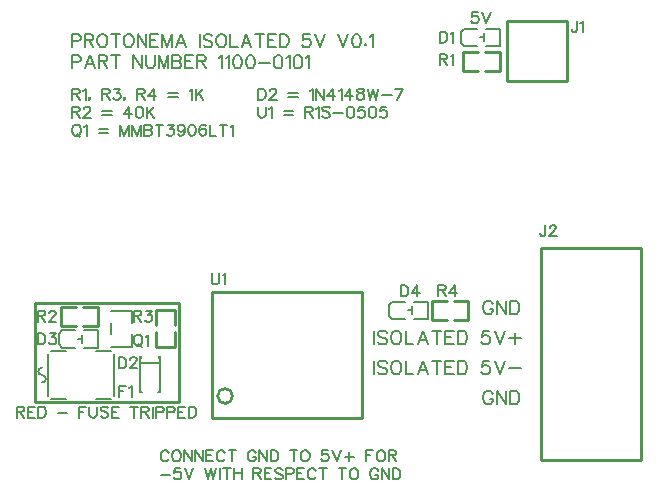
<source format=gto>
G04 Layer: TopSilkscreenLayer*
G04 Panelize: , Column: 2, Row: 2, Board Size: 58.42mm x 58.42mm, Panelized Board Size: 118.84mm x 118.84mm*
G04 EasyEDA v6.5.34, 2023-08-21 18:11:39*
G04 6b8a08da89de4659a48f0417751e7769,5a6b42c53f6a479593ecc07194224c93,10*
G04 Gerber Generator version 0.2*
G04 Scale: 100 percent, Rotated: No, Reflected: No *
G04 Dimensions in millimeters *
G04 leading zeros omitted , absolute positions ,4 integer and 5 decimal *
%FSLAX45Y45*%
%MOMM*%

%ADD10C,0.1524*%
%ADD11C,0.2540*%
%ADD12C,0.1520*%
%ADD13C,0.1500*%

%LPD*%
D10*
X2336800Y4990337D02*
G01*
X2336800Y4922265D01*
X2341372Y4908550D01*
X2350515Y4899405D01*
X2363977Y4894834D01*
X2373122Y4894834D01*
X2386838Y4899405D01*
X2395981Y4908550D01*
X2400554Y4922265D01*
X2400554Y4990337D01*
X2430525Y4972304D02*
G01*
X2439415Y4976876D01*
X2453131Y4990337D01*
X2453131Y4894834D01*
X2553208Y4949444D02*
G01*
X2634995Y4949444D01*
X2553208Y4922265D02*
G01*
X2634995Y4922265D01*
X2735072Y4990337D02*
G01*
X2735072Y4894834D01*
X2735072Y4990337D02*
G01*
X2775965Y4990337D01*
X2789427Y4985765D01*
X2794000Y4981194D01*
X2798572Y4972304D01*
X2798572Y4963160D01*
X2794000Y4954015D01*
X2789427Y4949444D01*
X2775965Y4944871D01*
X2735072Y4944871D01*
X2766822Y4944871D02*
G01*
X2798572Y4894834D01*
X2828543Y4972304D02*
G01*
X2837688Y4976876D01*
X2851404Y4990337D01*
X2851404Y4894834D01*
X2944875Y4976876D02*
G01*
X2935986Y4985765D01*
X2922270Y4990337D01*
X2903981Y4990337D01*
X2890520Y4985765D01*
X2881375Y4976876D01*
X2881375Y4967731D01*
X2885947Y4958587D01*
X2890520Y4954015D01*
X2899409Y4949444D01*
X2926841Y4940300D01*
X2935986Y4935981D01*
X2940558Y4931410D01*
X2944875Y4922265D01*
X2944875Y4908550D01*
X2935986Y4899405D01*
X2922270Y4894834D01*
X2903981Y4894834D01*
X2890520Y4899405D01*
X2881375Y4908550D01*
X2975102Y4935981D02*
G01*
X3056890Y4935981D01*
X3114040Y4990337D02*
G01*
X3100324Y4985765D01*
X3091434Y4972304D01*
X3086861Y4949444D01*
X3086861Y4935981D01*
X3091434Y4913121D01*
X3100324Y4899405D01*
X3114040Y4894834D01*
X3123184Y4894834D01*
X3136900Y4899405D01*
X3145790Y4913121D01*
X3150361Y4935981D01*
X3150361Y4949444D01*
X3145790Y4972304D01*
X3136900Y4985765D01*
X3123184Y4990337D01*
X3114040Y4990337D01*
X3234943Y4990337D02*
G01*
X3189477Y4990337D01*
X3184906Y4949444D01*
X3189477Y4954015D01*
X3203193Y4958587D01*
X3216909Y4958587D01*
X3230372Y4954015D01*
X3239515Y4944871D01*
X3244088Y4931410D01*
X3244088Y4922265D01*
X3239515Y4908550D01*
X3230372Y4899405D01*
X3216909Y4894834D01*
X3203193Y4894834D01*
X3189477Y4899405D01*
X3184906Y4903978D01*
X3180334Y4913121D01*
X3301238Y4990337D02*
G01*
X3287775Y4985765D01*
X3278631Y4972304D01*
X3274059Y4949444D01*
X3274059Y4935981D01*
X3278631Y4913121D01*
X3287775Y4899405D01*
X3301238Y4894834D01*
X3310381Y4894834D01*
X3324097Y4899405D01*
X3333241Y4913121D01*
X3337813Y4935981D01*
X3337813Y4949444D01*
X3333241Y4972304D01*
X3324097Y4985765D01*
X3310381Y4990337D01*
X3301238Y4990337D01*
X3422141Y4990337D02*
G01*
X3376675Y4990337D01*
X3372358Y4949444D01*
X3376675Y4954015D01*
X3390391Y4958587D01*
X3404108Y4958587D01*
X3417824Y4954015D01*
X3426713Y4944871D01*
X3431286Y4931410D01*
X3431286Y4922265D01*
X3426713Y4908550D01*
X3417824Y4899405D01*
X3404108Y4894834D01*
X3390391Y4894834D01*
X3376675Y4899405D01*
X3372358Y4903978D01*
X3367786Y4913121D01*
X2336800Y5142737D02*
G01*
X2336800Y5047234D01*
X2336800Y5142737D02*
G01*
X2368550Y5142737D01*
X2382265Y5138165D01*
X2391409Y5129276D01*
X2395981Y5120131D01*
X2400554Y5106415D01*
X2400554Y5083810D01*
X2395981Y5070094D01*
X2391409Y5060950D01*
X2382265Y5051805D01*
X2368550Y5047234D01*
X2336800Y5047234D01*
X2435097Y5120131D02*
G01*
X2435097Y5124704D01*
X2439415Y5133594D01*
X2443988Y5138165D01*
X2453131Y5142737D01*
X2471420Y5142737D01*
X2480309Y5138165D01*
X2484881Y5133594D01*
X2489454Y5124704D01*
X2489454Y5115560D01*
X2484881Y5106415D01*
X2475991Y5092700D01*
X2430525Y5047234D01*
X2494025Y5047234D01*
X2594102Y5101844D02*
G01*
X2675890Y5101844D01*
X2594102Y5074665D02*
G01*
X2675890Y5074665D01*
X2775965Y5124704D02*
G01*
X2784856Y5129276D01*
X2798572Y5142737D01*
X2798572Y5047234D01*
X2828543Y5142737D02*
G01*
X2828543Y5047234D01*
X2828543Y5142737D02*
G01*
X2892297Y5047234D01*
X2892297Y5142737D02*
G01*
X2892297Y5047234D01*
X2967736Y5142737D02*
G01*
X2922270Y5079237D01*
X2990341Y5079237D01*
X2967736Y5142737D02*
G01*
X2967736Y5047234D01*
X3020313Y5124704D02*
G01*
X3029458Y5129276D01*
X3043174Y5142737D01*
X3043174Y5047234D01*
X3118611Y5142737D02*
G01*
X3073145Y5079237D01*
X3141218Y5079237D01*
X3118611Y5142737D02*
G01*
X3118611Y5047234D01*
X3194050Y5142737D02*
G01*
X3180334Y5138165D01*
X3176015Y5129276D01*
X3176015Y5120131D01*
X3180334Y5110987D01*
X3189477Y5106415D01*
X3207765Y5101844D01*
X3221227Y5097271D01*
X3230372Y5088381D01*
X3234943Y5079237D01*
X3234943Y5065521D01*
X3230372Y5056378D01*
X3225800Y5051805D01*
X3212338Y5047234D01*
X3194050Y5047234D01*
X3180334Y5051805D01*
X3176015Y5056378D01*
X3171443Y5065521D01*
X3171443Y5079237D01*
X3176015Y5088381D01*
X3184906Y5097271D01*
X3198622Y5101844D01*
X3216909Y5106415D01*
X3225800Y5110987D01*
X3230372Y5120131D01*
X3230372Y5129276D01*
X3225800Y5138165D01*
X3212338Y5142737D01*
X3194050Y5142737D01*
X3264915Y5142737D02*
G01*
X3287775Y5047234D01*
X3310381Y5142737D02*
G01*
X3287775Y5047234D01*
X3310381Y5142737D02*
G01*
X3333241Y5047234D01*
X3355847Y5142737D02*
G01*
X3333241Y5047234D01*
X3385820Y5088381D02*
G01*
X3467608Y5088381D01*
X3561334Y5142737D02*
G01*
X3515868Y5047234D01*
X3497579Y5142737D02*
G01*
X3561334Y5142737D01*
X789178Y4837937D02*
G01*
X780287Y4833365D01*
X771144Y4824476D01*
X766571Y4815331D01*
X762000Y4801615D01*
X762000Y4779010D01*
X766571Y4765294D01*
X771144Y4756150D01*
X780287Y4747005D01*
X789178Y4742434D01*
X807465Y4742434D01*
X816610Y4747005D01*
X825754Y4756150D01*
X830071Y4765294D01*
X834644Y4779010D01*
X834644Y4801615D01*
X830071Y4815331D01*
X825754Y4824476D01*
X816610Y4833365D01*
X807465Y4837937D01*
X789178Y4837937D01*
X802894Y4760721D02*
G01*
X830071Y4733544D01*
X864615Y4819904D02*
G01*
X873760Y4824476D01*
X887476Y4837937D01*
X887476Y4742434D01*
X987552Y4797044D02*
G01*
X1069339Y4797044D01*
X987552Y4769865D02*
G01*
X1069339Y4769865D01*
X1169162Y4837937D02*
G01*
X1169162Y4742434D01*
X1169162Y4837937D02*
G01*
X1205737Y4742434D01*
X1242060Y4837937D02*
G01*
X1205737Y4742434D01*
X1242060Y4837937D02*
G01*
X1242060Y4742434D01*
X1272031Y4837937D02*
G01*
X1272031Y4742434D01*
X1272031Y4837937D02*
G01*
X1308354Y4742434D01*
X1344676Y4837937D02*
G01*
X1308354Y4742434D01*
X1344676Y4837937D02*
G01*
X1344676Y4742434D01*
X1374647Y4837937D02*
G01*
X1374647Y4742434D01*
X1374647Y4837937D02*
G01*
X1415542Y4837937D01*
X1429257Y4833365D01*
X1433829Y4828794D01*
X1438402Y4819904D01*
X1438402Y4810760D01*
X1433829Y4801615D01*
X1429257Y4797044D01*
X1415542Y4792471D01*
X1374647Y4792471D02*
G01*
X1415542Y4792471D01*
X1429257Y4787900D01*
X1433829Y4783581D01*
X1438402Y4774437D01*
X1438402Y4760721D01*
X1433829Y4751578D01*
X1429257Y4747005D01*
X1415542Y4742434D01*
X1374647Y4742434D01*
X1500123Y4837937D02*
G01*
X1500123Y4742434D01*
X1468373Y4837937D02*
G01*
X1531873Y4837937D01*
X1570989Y4837937D02*
G01*
X1621028Y4837937D01*
X1593850Y4801615D01*
X1607565Y4801615D01*
X1616455Y4797044D01*
X1621028Y4792471D01*
X1625600Y4779010D01*
X1625600Y4769865D01*
X1621028Y4756150D01*
X1611884Y4747005D01*
X1598421Y4742434D01*
X1584705Y4742434D01*
X1570989Y4747005D01*
X1566418Y4751578D01*
X1562100Y4760721D01*
X1714754Y4806187D02*
G01*
X1710181Y4792471D01*
X1701037Y4783581D01*
X1687576Y4779010D01*
X1683004Y4779010D01*
X1669287Y4783581D01*
X1660144Y4792471D01*
X1655571Y4806187D01*
X1655571Y4810760D01*
X1660144Y4824476D01*
X1669287Y4833365D01*
X1683004Y4837937D01*
X1687576Y4837937D01*
X1701037Y4833365D01*
X1710181Y4824476D01*
X1714754Y4806187D01*
X1714754Y4783581D01*
X1710181Y4760721D01*
X1701037Y4747005D01*
X1687576Y4742434D01*
X1678431Y4742434D01*
X1664715Y4747005D01*
X1660144Y4756150D01*
X1771904Y4837937D02*
G01*
X1758442Y4833365D01*
X1749297Y4819904D01*
X1744726Y4797044D01*
X1744726Y4783581D01*
X1749297Y4760721D01*
X1758442Y4747005D01*
X1771904Y4742434D01*
X1781047Y4742434D01*
X1794763Y4747005D01*
X1803907Y4760721D01*
X1808479Y4783581D01*
X1808479Y4797044D01*
X1803907Y4819904D01*
X1794763Y4833365D01*
X1781047Y4837937D01*
X1771904Y4837937D01*
X1892807Y4824476D02*
G01*
X1888236Y4833365D01*
X1874773Y4837937D01*
X1865629Y4837937D01*
X1851913Y4833365D01*
X1843023Y4819904D01*
X1838452Y4797044D01*
X1838452Y4774437D01*
X1843023Y4756150D01*
X1851913Y4747005D01*
X1865629Y4742434D01*
X1870202Y4742434D01*
X1883918Y4747005D01*
X1892807Y4756150D01*
X1897379Y4769865D01*
X1897379Y4774437D01*
X1892807Y4787900D01*
X1883918Y4797044D01*
X1870202Y4801615D01*
X1865629Y4801615D01*
X1851913Y4797044D01*
X1843023Y4787900D01*
X1838452Y4774437D01*
X1927352Y4837937D02*
G01*
X1927352Y4742434D01*
X1927352Y4742434D02*
G01*
X1981961Y4742434D01*
X2043938Y4837937D02*
G01*
X2043938Y4742434D01*
X2011934Y4837937D02*
G01*
X2075688Y4837937D01*
X2105659Y4819904D02*
G01*
X2114804Y4824476D01*
X2128265Y4837937D01*
X2128265Y4742434D01*
X762000Y4990337D02*
G01*
X762000Y4894834D01*
X762000Y4990337D02*
G01*
X802894Y4990337D01*
X816610Y4985765D01*
X821181Y4981194D01*
X825754Y4972304D01*
X825754Y4963160D01*
X821181Y4954015D01*
X816610Y4949444D01*
X802894Y4944871D01*
X762000Y4944871D01*
X793750Y4944871D02*
G01*
X825754Y4894834D01*
X860297Y4967731D02*
G01*
X860297Y4972304D01*
X864615Y4981194D01*
X869187Y4985765D01*
X878331Y4990337D01*
X896620Y4990337D01*
X905510Y4985765D01*
X910081Y4981194D01*
X914654Y4972304D01*
X914654Y4963160D01*
X910081Y4954015D01*
X901192Y4940300D01*
X855726Y4894834D01*
X919226Y4894834D01*
X1019302Y4949444D02*
G01*
X1101089Y4949444D01*
X1019302Y4922265D02*
G01*
X1101089Y4922265D01*
X1246631Y4990337D02*
G01*
X1201165Y4926837D01*
X1269237Y4926837D01*
X1246631Y4990337D02*
G01*
X1246631Y4894834D01*
X1326642Y4990337D02*
G01*
X1312926Y4985765D01*
X1303781Y4972304D01*
X1299210Y4949444D01*
X1299210Y4935981D01*
X1303781Y4913121D01*
X1312926Y4899405D01*
X1326642Y4894834D01*
X1335531Y4894834D01*
X1349247Y4899405D01*
X1358392Y4913121D01*
X1362963Y4935981D01*
X1362963Y4949444D01*
X1358392Y4972304D01*
X1349247Y4985765D01*
X1335531Y4990337D01*
X1326642Y4990337D01*
X1392936Y4990337D02*
G01*
X1392936Y4894834D01*
X1456436Y4990337D02*
G01*
X1392936Y4926837D01*
X1415542Y4949444D02*
G01*
X1456436Y4894834D01*
X762000Y5142737D02*
G01*
X762000Y5047234D01*
X762000Y5142737D02*
G01*
X802894Y5142737D01*
X816610Y5138165D01*
X821181Y5133594D01*
X825754Y5124704D01*
X825754Y5115560D01*
X821181Y5106415D01*
X816610Y5101844D01*
X802894Y5097271D01*
X762000Y5097271D01*
X793750Y5097271D02*
G01*
X825754Y5047234D01*
X855726Y5124704D02*
G01*
X864615Y5129276D01*
X878331Y5142737D01*
X878331Y5047234D01*
X917447Y5065521D02*
G01*
X912876Y5060950D01*
X908304Y5065521D01*
X912876Y5070094D01*
X917447Y5065521D01*
X917447Y5056378D01*
X908304Y5047234D01*
X1017523Y5142737D02*
G01*
X1017523Y5047234D01*
X1017523Y5142737D02*
G01*
X1058418Y5142737D01*
X1071879Y5138165D01*
X1076452Y5133594D01*
X1081023Y5124704D01*
X1081023Y5115560D01*
X1076452Y5106415D01*
X1071879Y5101844D01*
X1058418Y5097271D01*
X1017523Y5097271D01*
X1049273Y5097271D02*
G01*
X1081023Y5047234D01*
X1120139Y5142737D02*
G01*
X1170178Y5142737D01*
X1143000Y5106415D01*
X1156462Y5106415D01*
X1165605Y5101844D01*
X1170178Y5097271D01*
X1174750Y5083810D01*
X1174750Y5074665D01*
X1170178Y5060950D01*
X1161034Y5051805D01*
X1147571Y5047234D01*
X1133855Y5047234D01*
X1120139Y5051805D01*
X1115568Y5056378D01*
X1110995Y5065521D01*
X1213865Y5065521D02*
G01*
X1209294Y5060950D01*
X1204721Y5065521D01*
X1209294Y5070094D01*
X1213865Y5065521D01*
X1213865Y5056378D01*
X1204721Y5047234D01*
X1313942Y5142737D02*
G01*
X1313942Y5047234D01*
X1313942Y5142737D02*
G01*
X1354836Y5142737D01*
X1368297Y5138165D01*
X1372870Y5133594D01*
X1377442Y5124704D01*
X1377442Y5115560D01*
X1372870Y5106415D01*
X1368297Y5101844D01*
X1354836Y5097271D01*
X1313942Y5097271D01*
X1345692Y5097271D02*
G01*
X1377442Y5047234D01*
X1452879Y5142737D02*
G01*
X1407413Y5079237D01*
X1475739Y5079237D01*
X1452879Y5142737D02*
G01*
X1452879Y5047234D01*
X1575562Y5101844D02*
G01*
X1657350Y5101844D01*
X1575562Y5074665D02*
G01*
X1657350Y5074665D01*
X1757426Y5124704D02*
G01*
X1766570Y5129276D01*
X1780286Y5142737D01*
X1780286Y5047234D01*
X1810257Y5142737D02*
G01*
X1810257Y5047234D01*
X1873757Y5142737D02*
G01*
X1810257Y5079237D01*
X1832863Y5101844D02*
G01*
X1873757Y5047234D01*
X3314692Y2838952D02*
G01*
X3314692Y2724398D01*
X3426960Y2822442D02*
G01*
X3416038Y2833364D01*
X3399782Y2838952D01*
X3377938Y2838952D01*
X3361682Y2833364D01*
X3350760Y2822442D01*
X3350760Y2811520D01*
X3356094Y2800598D01*
X3361682Y2795264D01*
X3372604Y2789676D01*
X3405116Y2779008D01*
X3416038Y2773420D01*
X3421626Y2768086D01*
X3426960Y2757164D01*
X3426960Y2740654D01*
X3416038Y2729732D01*
X3399782Y2724398D01*
X3377938Y2724398D01*
X3361682Y2729732D01*
X3350760Y2740654D01*
X3495794Y2838952D02*
G01*
X3484872Y2833364D01*
X3473950Y2822442D01*
X3468616Y2811520D01*
X3463028Y2795264D01*
X3463028Y2768086D01*
X3468616Y2751576D01*
X3473950Y2740654D01*
X3484872Y2729732D01*
X3495794Y2724398D01*
X3517638Y2724398D01*
X3528560Y2729732D01*
X3539482Y2740654D01*
X3544816Y2751576D01*
X3550404Y2768086D01*
X3550404Y2795264D01*
X3544816Y2811520D01*
X3539482Y2822442D01*
X3528560Y2833364D01*
X3517638Y2838952D01*
X3495794Y2838952D01*
X3586218Y2838952D02*
G01*
X3586218Y2724398D01*
X3586218Y2724398D02*
G01*
X3651750Y2724398D01*
X3731506Y2838952D02*
G01*
X3687818Y2724398D01*
X3731506Y2838952D02*
G01*
X3774940Y2724398D01*
X3704074Y2762498D02*
G01*
X3758684Y2762498D01*
X3849362Y2838952D02*
G01*
X3849362Y2724398D01*
X3811008Y2838952D02*
G01*
X3887462Y2838952D01*
X3923530Y2838952D02*
G01*
X3923530Y2724398D01*
X3923530Y2838952D02*
G01*
X3994396Y2838952D01*
X3923530Y2784342D02*
G01*
X3966964Y2784342D01*
X3923530Y2724398D02*
G01*
X3994396Y2724398D01*
X4030210Y2838952D02*
G01*
X4030210Y2724398D01*
X4030210Y2838952D02*
G01*
X4068564Y2838952D01*
X4084820Y2833364D01*
X4095742Y2822442D01*
X4101330Y2811520D01*
X4106664Y2795264D01*
X4106664Y2768086D01*
X4101330Y2751576D01*
X4095742Y2740654D01*
X4084820Y2729732D01*
X4068564Y2724398D01*
X4030210Y2724398D01*
X4292084Y2838952D02*
G01*
X4237474Y2838952D01*
X4232140Y2789676D01*
X4237474Y2795264D01*
X4253984Y2800598D01*
X4270240Y2800598D01*
X4286750Y2795264D01*
X4297672Y2784342D01*
X4303006Y2768086D01*
X4303006Y2757164D01*
X4297672Y2740654D01*
X4286750Y2729732D01*
X4270240Y2724398D01*
X4253984Y2724398D01*
X4237474Y2729732D01*
X4232140Y2735320D01*
X4226806Y2746242D01*
X4339074Y2838952D02*
G01*
X4382762Y2724398D01*
X4426450Y2838952D02*
G01*
X4382762Y2724398D01*
X4462264Y2773420D02*
G01*
X4560562Y2773420D01*
X3314700Y3092957D02*
G01*
X3314700Y2978404D01*
X3426968Y3076447D02*
G01*
X3416045Y3087370D01*
X3399790Y3092957D01*
X3377945Y3092957D01*
X3361690Y3087370D01*
X3350768Y3076447D01*
X3350768Y3065526D01*
X3356102Y3054604D01*
X3361690Y3049270D01*
X3372611Y3043681D01*
X3405124Y3032760D01*
X3416045Y3027426D01*
X3421634Y3022092D01*
X3426968Y3011170D01*
X3426968Y2994660D01*
X3416045Y2983737D01*
X3399790Y2978404D01*
X3377945Y2978404D01*
X3361690Y2983737D01*
X3350768Y2994660D01*
X3495802Y3092957D02*
G01*
X3484879Y3087370D01*
X3473958Y3076447D01*
X3468624Y3065526D01*
X3463036Y3049270D01*
X3463036Y3022092D01*
X3468624Y3005581D01*
X3473958Y2994660D01*
X3484879Y2983737D01*
X3495802Y2978404D01*
X3517645Y2978404D01*
X3528568Y2983737D01*
X3539490Y2994660D01*
X3544824Y3005581D01*
X3550411Y3022092D01*
X3550411Y3049270D01*
X3544824Y3065526D01*
X3539490Y3076447D01*
X3528568Y3087370D01*
X3517645Y3092957D01*
X3495802Y3092957D01*
X3586225Y3092957D02*
G01*
X3586225Y2978404D01*
X3586225Y2978404D02*
G01*
X3651758Y2978404D01*
X3731513Y3092957D02*
G01*
X3687825Y2978404D01*
X3731513Y3092957D02*
G01*
X3774947Y2978404D01*
X3704081Y3016504D02*
G01*
X3758691Y3016504D01*
X3849115Y3092957D02*
G01*
X3849115Y2978404D01*
X3811015Y3092957D02*
G01*
X3887470Y3092957D01*
X3923538Y3092957D02*
G01*
X3923538Y2978404D01*
X3923538Y3092957D02*
G01*
X3994404Y3092957D01*
X3923538Y3038347D02*
G01*
X3966972Y3038347D01*
X3923538Y2978404D02*
G01*
X3994404Y2978404D01*
X4030218Y3092957D02*
G01*
X4030218Y2978404D01*
X4030218Y3092957D02*
G01*
X4068572Y3092957D01*
X4084827Y3087370D01*
X4095750Y3076447D01*
X4101338Y3065526D01*
X4106672Y3049270D01*
X4106672Y3022092D01*
X4101338Y3005581D01*
X4095750Y2994660D01*
X4084827Y2983737D01*
X4068572Y2978404D01*
X4030218Y2978404D01*
X4292091Y3092957D02*
G01*
X4237481Y3092957D01*
X4232147Y3043681D01*
X4237481Y3049270D01*
X4253991Y3054604D01*
X4270247Y3054604D01*
X4286758Y3049270D01*
X4297679Y3038347D01*
X4303013Y3022092D01*
X4303013Y3011170D01*
X4297679Y2994660D01*
X4286758Y2983737D01*
X4270247Y2978404D01*
X4253991Y2978404D01*
X4237481Y2983737D01*
X4232147Y2989326D01*
X4226813Y3000247D01*
X4339081Y3092957D02*
G01*
X4382770Y2978404D01*
X4426204Y3092957D02*
G01*
X4382770Y2978404D01*
X4511293Y3076447D02*
G01*
X4511293Y2978404D01*
X4462272Y3027426D02*
G01*
X4560570Y3027426D01*
X4323580Y2557520D02*
G01*
X4318246Y2568442D01*
X4307324Y2579364D01*
X4296402Y2584952D01*
X4274558Y2584952D01*
X4263636Y2579364D01*
X4252714Y2568442D01*
X4247126Y2557520D01*
X4241792Y2541264D01*
X4241792Y2514086D01*
X4247126Y2497576D01*
X4252714Y2486654D01*
X4263636Y2475732D01*
X4274558Y2470398D01*
X4296402Y2470398D01*
X4307324Y2475732D01*
X4318246Y2486654D01*
X4323580Y2497576D01*
X4323580Y2514086D01*
X4296402Y2514086D02*
G01*
X4323580Y2514086D01*
X4359648Y2584952D02*
G01*
X4359648Y2470398D01*
X4359648Y2584952D02*
G01*
X4435848Y2470398D01*
X4435848Y2584952D02*
G01*
X4435848Y2470398D01*
X4471916Y2584952D02*
G01*
X4471916Y2470398D01*
X4471916Y2584952D02*
G01*
X4510270Y2584952D01*
X4526526Y2579364D01*
X4537448Y2568442D01*
X4542782Y2557520D01*
X4548370Y2541264D01*
X4548370Y2514086D01*
X4542782Y2497576D01*
X4537448Y2486654D01*
X4526526Y2475732D01*
X4510270Y2470398D01*
X4471916Y2470398D01*
X4323580Y3319518D02*
G01*
X4318246Y3330440D01*
X4307324Y3341362D01*
X4296402Y3346950D01*
X4274558Y3346950D01*
X4263636Y3341362D01*
X4252714Y3330440D01*
X4247126Y3319518D01*
X4241792Y3303262D01*
X4241792Y3276084D01*
X4247126Y3259574D01*
X4252714Y3248652D01*
X4263636Y3237730D01*
X4274558Y3232396D01*
X4296402Y3232396D01*
X4307324Y3237730D01*
X4318246Y3248652D01*
X4323580Y3259574D01*
X4323580Y3276084D01*
X4296402Y3276084D02*
G01*
X4323580Y3276084D01*
X4359648Y3346950D02*
G01*
X4359648Y3232396D01*
X4359648Y3346950D02*
G01*
X4435848Y3232396D01*
X4435848Y3346950D02*
G01*
X4435848Y3232396D01*
X4471916Y3346950D02*
G01*
X4471916Y3232396D01*
X4471916Y3346950D02*
G01*
X4510270Y3346950D01*
X4526526Y3341362D01*
X4537448Y3330440D01*
X4542782Y3319518D01*
X4548370Y3303262D01*
X4548370Y3276084D01*
X4542782Y3259574D01*
X4537448Y3248652D01*
X4526526Y3237730D01*
X4510270Y3232396D01*
X4471916Y3232396D01*
X4769865Y3987037D02*
G01*
X4769865Y3914394D01*
X4765293Y3900678D01*
X4760722Y3896105D01*
X4751577Y3891534D01*
X4742688Y3891534D01*
X4733543Y3896105D01*
X4728972Y3900678D01*
X4724400Y3914394D01*
X4724400Y3923537D01*
X4804409Y3964431D02*
G01*
X4804409Y3969004D01*
X4808981Y3977894D01*
X4813554Y3982465D01*
X4822697Y3987037D01*
X4840731Y3987037D01*
X4849875Y3982465D01*
X4854447Y3977894D01*
X4859020Y3969004D01*
X4859020Y3959860D01*
X4854447Y3950715D01*
X4845304Y3937000D01*
X4799838Y3891534D01*
X4863591Y3891534D01*
X4194797Y5790427D02*
G01*
X4149331Y5790427D01*
X4144759Y5749533D01*
X4149331Y5754105D01*
X4162793Y5758677D01*
X4176509Y5758677D01*
X4190225Y5754105D01*
X4199369Y5744961D01*
X4203941Y5731499D01*
X4203941Y5722355D01*
X4199369Y5708639D01*
X4190225Y5699495D01*
X4176509Y5694923D01*
X4162793Y5694923D01*
X4149331Y5699495D01*
X4144759Y5704067D01*
X4140187Y5713211D01*
X4233913Y5790427D02*
G01*
X4270235Y5694923D01*
X4306557Y5790427D02*
G01*
X4270235Y5694923D01*
X5036565Y5714237D02*
G01*
X5036565Y5641594D01*
X5031993Y5627878D01*
X5027422Y5623305D01*
X5018277Y5618734D01*
X5009388Y5618734D01*
X5000243Y5623305D01*
X4995672Y5627878D01*
X4991100Y5641594D01*
X4991100Y5650737D01*
X5066538Y5696204D02*
G01*
X5075681Y5700776D01*
X5089397Y5714237D01*
X5089397Y5618734D01*
X762000Y5601715D02*
G01*
X762000Y5492750D01*
X762000Y5601715D02*
G01*
X808736Y5601715D01*
X824229Y5596636D01*
X829563Y5591302D01*
X834644Y5580887D01*
X834644Y5565394D01*
X829563Y5554979D01*
X824229Y5549900D01*
X808736Y5544565D01*
X762000Y5544565D01*
X868934Y5601715D02*
G01*
X868934Y5492750D01*
X868934Y5601715D02*
G01*
X915670Y5601715D01*
X931418Y5596636D01*
X936497Y5591302D01*
X941831Y5580887D01*
X941831Y5570473D01*
X936497Y5560060D01*
X931418Y5554979D01*
X915670Y5549900D01*
X868934Y5549900D01*
X905510Y5549900D02*
G01*
X941831Y5492750D01*
X1007110Y5601715D02*
G01*
X996950Y5596636D01*
X986536Y5586221D01*
X981202Y5575807D01*
X976121Y5560060D01*
X976121Y5534152D01*
X981202Y5518657D01*
X986536Y5508244D01*
X996950Y5497829D01*
X1007110Y5492750D01*
X1027937Y5492750D01*
X1038352Y5497829D01*
X1048765Y5508244D01*
X1054100Y5518657D01*
X1059179Y5534152D01*
X1059179Y5560060D01*
X1054100Y5575807D01*
X1048765Y5586221D01*
X1038352Y5596636D01*
X1027937Y5601715D01*
X1007110Y5601715D01*
X1129792Y5601715D02*
G01*
X1129792Y5492750D01*
X1093470Y5601715D02*
G01*
X1166113Y5601715D01*
X1231645Y5601715D02*
G01*
X1221231Y5596636D01*
X1210818Y5586221D01*
X1205737Y5575807D01*
X1200404Y5560060D01*
X1200404Y5534152D01*
X1205737Y5518657D01*
X1210818Y5508244D01*
X1221231Y5497829D01*
X1231645Y5492750D01*
X1252473Y5492750D01*
X1262887Y5497829D01*
X1273302Y5508244D01*
X1278381Y5518657D01*
X1283715Y5534152D01*
X1283715Y5560060D01*
X1278381Y5575807D01*
X1273302Y5586221D01*
X1262887Y5596636D01*
X1252473Y5601715D01*
X1231645Y5601715D01*
X1318005Y5601715D02*
G01*
X1318005Y5492750D01*
X1318005Y5601715D02*
G01*
X1390650Y5492750D01*
X1390650Y5601715D02*
G01*
X1390650Y5492750D01*
X1424939Y5601715D02*
G01*
X1424939Y5492750D01*
X1424939Y5601715D02*
G01*
X1492504Y5601715D01*
X1424939Y5549900D02*
G01*
X1466595Y5549900D01*
X1424939Y5492750D02*
G01*
X1492504Y5492750D01*
X1526794Y5601715D02*
G01*
X1526794Y5492750D01*
X1526794Y5601715D02*
G01*
X1568450Y5492750D01*
X1609852Y5601715D02*
G01*
X1568450Y5492750D01*
X1609852Y5601715D02*
G01*
X1609852Y5492750D01*
X1685797Y5601715D02*
G01*
X1644142Y5492750D01*
X1685797Y5601715D02*
G01*
X1727200Y5492750D01*
X1659889Y5529071D02*
G01*
X1711705Y5529071D01*
X1841500Y5601715D02*
G01*
X1841500Y5492750D01*
X1948688Y5586221D02*
G01*
X1938274Y5596636D01*
X1922779Y5601715D01*
X1901952Y5601715D01*
X1886204Y5596636D01*
X1875789Y5586221D01*
X1875789Y5575807D01*
X1881123Y5565394D01*
X1886204Y5560060D01*
X1896618Y5554979D01*
X1927860Y5544565D01*
X1938274Y5539486D01*
X1943354Y5534152D01*
X1948688Y5523737D01*
X1948688Y5508244D01*
X1938274Y5497829D01*
X1922779Y5492750D01*
X1901952Y5492750D01*
X1886204Y5497829D01*
X1875789Y5508244D01*
X2014220Y5601715D02*
G01*
X2003806Y5596636D01*
X1993391Y5586221D01*
X1988058Y5575807D01*
X1982977Y5560060D01*
X1982977Y5534152D01*
X1988058Y5518657D01*
X1993391Y5508244D01*
X2003806Y5497829D01*
X2014220Y5492750D01*
X2034793Y5492750D01*
X2045208Y5497829D01*
X2055622Y5508244D01*
X2060956Y5518657D01*
X2066036Y5534152D01*
X2066036Y5560060D01*
X2060956Y5575807D01*
X2055622Y5586221D01*
X2045208Y5596636D01*
X2034793Y5601715D01*
X2014220Y5601715D01*
X2100325Y5601715D02*
G01*
X2100325Y5492750D01*
X2100325Y5492750D02*
G01*
X2162809Y5492750D01*
X2238502Y5601715D02*
G01*
X2197100Y5492750D01*
X2238502Y5601715D02*
G01*
X2280158Y5492750D01*
X2212593Y5529071D02*
G01*
X2264409Y5529071D01*
X2350770Y5601715D02*
G01*
X2350770Y5492750D01*
X2314447Y5601715D02*
G01*
X2387091Y5601715D01*
X2421381Y5601715D02*
G01*
X2421381Y5492750D01*
X2421381Y5601715D02*
G01*
X2488945Y5601715D01*
X2421381Y5549900D02*
G01*
X2463038Y5549900D01*
X2421381Y5492750D02*
G01*
X2488945Y5492750D01*
X2523236Y5601715D02*
G01*
X2523236Y5492750D01*
X2523236Y5601715D02*
G01*
X2559558Y5601715D01*
X2575306Y5596636D01*
X2585720Y5586221D01*
X2590800Y5575807D01*
X2595879Y5560060D01*
X2595879Y5534152D01*
X2590800Y5518657D01*
X2585720Y5508244D01*
X2575306Y5497829D01*
X2559558Y5492750D01*
X2523236Y5492750D01*
X2772663Y5601715D02*
G01*
X2720593Y5601715D01*
X2715513Y5554979D01*
X2720593Y5560060D01*
X2736341Y5565394D01*
X2751836Y5565394D01*
X2767329Y5560060D01*
X2777743Y5549900D01*
X2783077Y5534152D01*
X2783077Y5523737D01*
X2777743Y5508244D01*
X2767329Y5497829D01*
X2751836Y5492750D01*
X2736341Y5492750D01*
X2720593Y5497829D01*
X2715513Y5502910D01*
X2710179Y5513323D01*
X2817368Y5601715D02*
G01*
X2858770Y5492750D01*
X2900425Y5601715D02*
G01*
X2858770Y5492750D01*
X3014725Y5601715D02*
G01*
X3056381Y5492750D01*
X3097784Y5601715D02*
G01*
X3056381Y5492750D01*
X3163315Y5601715D02*
G01*
X3147822Y5596636D01*
X3137408Y5580887D01*
X3132074Y5554979D01*
X3132074Y5539486D01*
X3137408Y5513323D01*
X3147822Y5497829D01*
X3163315Y5492750D01*
X3173729Y5492750D01*
X3189224Y5497829D01*
X3199638Y5513323D01*
X3204972Y5539486D01*
X3204972Y5554979D01*
X3199638Y5580887D01*
X3189224Y5596636D01*
X3173729Y5601715D01*
X3163315Y5601715D01*
X3244341Y5518657D02*
G01*
X3239261Y5513323D01*
X3244341Y5508244D01*
X3249675Y5513323D01*
X3244341Y5518657D01*
X3283965Y5580887D02*
G01*
X3294379Y5586221D01*
X3309874Y5601715D01*
X3309874Y5492750D01*
X762000Y5423915D02*
G01*
X762000Y5314950D01*
X762000Y5423915D02*
G01*
X808736Y5423915D01*
X824229Y5418836D01*
X829563Y5413502D01*
X834644Y5403087D01*
X834644Y5387594D01*
X829563Y5377179D01*
X824229Y5372100D01*
X808736Y5366765D01*
X762000Y5366765D01*
X910589Y5423915D02*
G01*
X868934Y5314950D01*
X910589Y5423915D02*
G01*
X952245Y5314950D01*
X884681Y5351271D02*
G01*
X936497Y5351271D01*
X986536Y5423915D02*
G01*
X986536Y5314950D01*
X986536Y5423915D02*
G01*
X1033271Y5423915D01*
X1048765Y5418836D01*
X1054100Y5413502D01*
X1059179Y5403087D01*
X1059179Y5392673D01*
X1054100Y5382260D01*
X1048765Y5377179D01*
X1033271Y5372100D01*
X986536Y5372100D01*
X1022857Y5372100D02*
G01*
X1059179Y5314950D01*
X1129792Y5423915D02*
G01*
X1129792Y5314950D01*
X1093470Y5423915D02*
G01*
X1166113Y5423915D01*
X1280413Y5423915D02*
G01*
X1280413Y5314950D01*
X1280413Y5423915D02*
G01*
X1353312Y5314950D01*
X1353312Y5423915D02*
G01*
X1353312Y5314950D01*
X1387602Y5423915D02*
G01*
X1387602Y5345937D01*
X1392681Y5330444D01*
X1403095Y5320029D01*
X1418589Y5314950D01*
X1429004Y5314950D01*
X1444752Y5320029D01*
X1455165Y5330444D01*
X1460245Y5345937D01*
X1460245Y5423915D01*
X1494536Y5423915D02*
G01*
X1494536Y5314950D01*
X1494536Y5423915D02*
G01*
X1536192Y5314950D01*
X1577594Y5423915D02*
G01*
X1536192Y5314950D01*
X1577594Y5423915D02*
G01*
X1577594Y5314950D01*
X1611884Y5423915D02*
G01*
X1611884Y5314950D01*
X1611884Y5423915D02*
G01*
X1658620Y5423915D01*
X1674368Y5418836D01*
X1679447Y5413502D01*
X1684781Y5403087D01*
X1684781Y5392673D01*
X1679447Y5382260D01*
X1674368Y5377179D01*
X1658620Y5372100D01*
X1611884Y5372100D02*
G01*
X1658620Y5372100D01*
X1674368Y5366765D01*
X1679447Y5361686D01*
X1684781Y5351271D01*
X1684781Y5335523D01*
X1679447Y5325110D01*
X1674368Y5320029D01*
X1658620Y5314950D01*
X1611884Y5314950D01*
X1719071Y5423915D02*
G01*
X1719071Y5314950D01*
X1719071Y5423915D02*
G01*
X1786636Y5423915D01*
X1719071Y5372100D02*
G01*
X1760473Y5372100D01*
X1719071Y5314950D02*
G01*
X1786636Y5314950D01*
X1820926Y5423915D02*
G01*
X1820926Y5314950D01*
X1820926Y5423915D02*
G01*
X1867662Y5423915D01*
X1883155Y5418836D01*
X1888489Y5413502D01*
X1893570Y5403087D01*
X1893570Y5392673D01*
X1888489Y5382260D01*
X1883155Y5377179D01*
X1867662Y5372100D01*
X1820926Y5372100D01*
X1857247Y5372100D02*
G01*
X1893570Y5314950D01*
X2007870Y5403087D02*
G01*
X2018284Y5408421D01*
X2033777Y5423915D01*
X2033777Y5314950D01*
X2068068Y5403087D02*
G01*
X2078481Y5408421D01*
X2094229Y5423915D01*
X2094229Y5314950D01*
X2159508Y5423915D02*
G01*
X2144013Y5418836D01*
X2133600Y5403087D01*
X2128520Y5377179D01*
X2128520Y5361686D01*
X2133600Y5335523D01*
X2144013Y5320029D01*
X2159508Y5314950D01*
X2169922Y5314950D01*
X2185670Y5320029D01*
X2195829Y5335523D01*
X2201163Y5361686D01*
X2201163Y5377179D01*
X2195829Y5403087D01*
X2185670Y5418836D01*
X2169922Y5423915D01*
X2159508Y5423915D01*
X2266695Y5423915D02*
G01*
X2250947Y5418836D01*
X2240534Y5403087D01*
X2235454Y5377179D01*
X2235454Y5361686D01*
X2240534Y5335523D01*
X2250947Y5320029D01*
X2266695Y5314950D01*
X2277109Y5314950D01*
X2292604Y5320029D01*
X2303018Y5335523D01*
X2308097Y5361686D01*
X2308097Y5377179D01*
X2303018Y5403087D01*
X2292604Y5418836D01*
X2277109Y5423915D01*
X2266695Y5423915D01*
X2342388Y5361686D02*
G01*
X2435859Y5361686D01*
X2501391Y5423915D02*
G01*
X2485897Y5418836D01*
X2475484Y5403087D01*
X2470150Y5377179D01*
X2470150Y5361686D01*
X2475484Y5335523D01*
X2485897Y5320029D01*
X2501391Y5314950D01*
X2511806Y5314950D01*
X2527300Y5320029D01*
X2537713Y5335523D01*
X2543047Y5361686D01*
X2543047Y5377179D01*
X2537713Y5403087D01*
X2527300Y5418836D01*
X2511806Y5423915D01*
X2501391Y5423915D01*
X2577338Y5403087D02*
G01*
X2587752Y5408421D01*
X2603245Y5423915D01*
X2603245Y5314950D01*
X2668777Y5423915D02*
G01*
X2653029Y5418836D01*
X2642870Y5403087D01*
X2637536Y5377179D01*
X2637536Y5361686D01*
X2642870Y5335523D01*
X2653029Y5320029D01*
X2668777Y5314950D01*
X2679191Y5314950D01*
X2694686Y5320029D01*
X2705100Y5335523D01*
X2710179Y5361686D01*
X2710179Y5377179D01*
X2705100Y5403087D01*
X2694686Y5418836D01*
X2679191Y5423915D01*
X2668777Y5423915D01*
X2744470Y5403087D02*
G01*
X2754884Y5408421D01*
X2770631Y5423915D01*
X2770631Y5314950D01*
X292120Y2450358D02*
G01*
X292120Y2354854D01*
X292120Y2450358D02*
G01*
X333014Y2450358D01*
X346730Y2445786D01*
X351302Y2441214D01*
X355620Y2432324D01*
X355620Y2423180D01*
X351302Y2414036D01*
X346730Y2409464D01*
X333014Y2404892D01*
X292120Y2404892D01*
X323870Y2404892D02*
G01*
X355620Y2354854D01*
X385846Y2450358D02*
G01*
X385846Y2354854D01*
X385846Y2450358D02*
G01*
X444774Y2450358D01*
X385846Y2404892D02*
G01*
X422168Y2404892D01*
X385846Y2354854D02*
G01*
X444774Y2354854D01*
X474746Y2450358D02*
G01*
X474746Y2354854D01*
X474746Y2450358D02*
G01*
X506750Y2450358D01*
X520212Y2445786D01*
X529356Y2436642D01*
X533928Y2427752D01*
X538500Y2414036D01*
X538500Y2391430D01*
X533928Y2377714D01*
X529356Y2368570D01*
X520212Y2359426D01*
X506750Y2354854D01*
X474746Y2354854D01*
X638576Y2395748D02*
G01*
X720364Y2395748D01*
X820186Y2450358D02*
G01*
X820186Y2354854D01*
X820186Y2450358D02*
G01*
X879368Y2450358D01*
X820186Y2404892D02*
G01*
X856762Y2404892D01*
X909340Y2450358D02*
G01*
X909340Y2382286D01*
X913912Y2368570D01*
X923056Y2359426D01*
X936518Y2354854D01*
X945662Y2354854D01*
X959378Y2359426D01*
X968522Y2368570D01*
X973094Y2382286D01*
X973094Y2450358D01*
X1066566Y2436642D02*
G01*
X1057676Y2445786D01*
X1043960Y2450358D01*
X1025672Y2450358D01*
X1012210Y2445786D01*
X1003066Y2436642D01*
X1003066Y2427752D01*
X1007638Y2418608D01*
X1012210Y2414036D01*
X1021100Y2409464D01*
X1048532Y2400320D01*
X1057676Y2395748D01*
X1061994Y2391430D01*
X1066566Y2382286D01*
X1066566Y2368570D01*
X1057676Y2359426D01*
X1043960Y2354854D01*
X1025672Y2354854D01*
X1012210Y2359426D01*
X1003066Y2368570D01*
X1096538Y2450358D02*
G01*
X1096538Y2354854D01*
X1096538Y2450358D02*
G01*
X1155720Y2450358D01*
X1096538Y2404892D02*
G01*
X1133114Y2404892D01*
X1096538Y2354854D02*
G01*
X1155720Y2354854D01*
X1287546Y2450358D02*
G01*
X1287546Y2354854D01*
X1255796Y2450358D02*
G01*
X1319296Y2450358D01*
X1349268Y2450358D02*
G01*
X1349268Y2354854D01*
X1349268Y2450358D02*
G01*
X1390162Y2450358D01*
X1403878Y2445786D01*
X1408450Y2441214D01*
X1413022Y2432324D01*
X1413022Y2423180D01*
X1408450Y2414036D01*
X1403878Y2409464D01*
X1390162Y2404892D01*
X1349268Y2404892D01*
X1381272Y2404892D02*
G01*
X1413022Y2354854D01*
X1442994Y2450358D02*
G01*
X1442994Y2354854D01*
X1472966Y2450358D02*
G01*
X1472966Y2354854D01*
X1472966Y2450358D02*
G01*
X1513860Y2450358D01*
X1527576Y2445786D01*
X1532148Y2441214D01*
X1536720Y2432324D01*
X1536720Y2418608D01*
X1532148Y2409464D01*
X1527576Y2404892D01*
X1513860Y2400320D01*
X1472966Y2400320D01*
X1566692Y2450358D02*
G01*
X1566692Y2354854D01*
X1566692Y2450358D02*
G01*
X1607586Y2450358D01*
X1621302Y2445786D01*
X1625620Y2441214D01*
X1630192Y2432324D01*
X1630192Y2418608D01*
X1625620Y2409464D01*
X1621302Y2404892D01*
X1607586Y2400320D01*
X1566692Y2400320D01*
X1660164Y2450358D02*
G01*
X1660164Y2354854D01*
X1660164Y2450358D02*
G01*
X1719346Y2450358D01*
X1660164Y2404892D02*
G01*
X1696740Y2404892D01*
X1660164Y2354854D02*
G01*
X1719346Y2354854D01*
X1749318Y2450358D02*
G01*
X1749318Y2354854D01*
X1749318Y2450358D02*
G01*
X1781068Y2450358D01*
X1794784Y2445786D01*
X1803928Y2436642D01*
X1808500Y2427752D01*
X1813072Y2414036D01*
X1813072Y2391430D01*
X1808500Y2377714D01*
X1803928Y2368570D01*
X1794784Y2359426D01*
X1781068Y2354854D01*
X1749318Y2354854D01*
X1579369Y2059431D02*
G01*
X1575051Y2068576D01*
X1565907Y2077465D01*
X1556763Y2082037D01*
X1538475Y2082037D01*
X1529585Y2077465D01*
X1520441Y2068576D01*
X1515869Y2059431D01*
X1511297Y2045715D01*
X1511297Y2023110D01*
X1515869Y2009394D01*
X1520441Y2000250D01*
X1529585Y1991105D01*
X1538475Y1986534D01*
X1556763Y1986534D01*
X1565907Y1991105D01*
X1575051Y2000250D01*
X1579369Y2009394D01*
X1636773Y2082037D02*
G01*
X1627629Y2077465D01*
X1618485Y2068576D01*
X1613913Y2059431D01*
X1609595Y2045715D01*
X1609595Y2023110D01*
X1613913Y2009394D01*
X1618485Y2000250D01*
X1627629Y1991105D01*
X1636773Y1986534D01*
X1655061Y1986534D01*
X1663951Y1991105D01*
X1673095Y2000250D01*
X1677667Y2009394D01*
X1682239Y2023110D01*
X1682239Y2045715D01*
X1677667Y2059431D01*
X1673095Y2068576D01*
X1663951Y2077465D01*
X1655061Y2082037D01*
X1636773Y2082037D01*
X1712211Y2082037D02*
G01*
X1712211Y1986534D01*
X1712211Y2082037D02*
G01*
X1775965Y1986534D01*
X1775965Y2082037D02*
G01*
X1775965Y1986534D01*
X1805937Y2082037D02*
G01*
X1805937Y1986534D01*
X1805937Y2082037D02*
G01*
X1869437Y1986534D01*
X1869437Y2082037D02*
G01*
X1869437Y1986534D01*
X1899409Y2082037D02*
G01*
X1899409Y1986534D01*
X1899409Y2082037D02*
G01*
X1958591Y2082037D01*
X1899409Y2036571D02*
G01*
X1935731Y2036571D01*
X1899409Y1986534D02*
G01*
X1958591Y1986534D01*
X2056889Y2059431D02*
G01*
X2052317Y2068576D01*
X2043173Y2077465D01*
X2034029Y2082037D01*
X2015741Y2082037D01*
X2006851Y2077465D01*
X1997707Y2068576D01*
X1993135Y2059431D01*
X1988563Y2045715D01*
X1988563Y2023110D01*
X1993135Y2009394D01*
X1997707Y2000250D01*
X2006851Y1991105D01*
X2015741Y1986534D01*
X2034029Y1986534D01*
X2043173Y1991105D01*
X2052317Y2000250D01*
X2056889Y2009394D01*
X2118611Y2082037D02*
G01*
X2118611Y1986534D01*
X2086861Y2082037D02*
G01*
X2150361Y2082037D01*
X2318509Y2059431D02*
G01*
X2313937Y2068576D01*
X2305047Y2077465D01*
X2295903Y2082037D01*
X2277615Y2082037D01*
X2268471Y2077465D01*
X2259581Y2068576D01*
X2255009Y2059431D01*
X2250437Y2045715D01*
X2250437Y2023110D01*
X2255009Y2009394D01*
X2259581Y2000250D01*
X2268471Y1991105D01*
X2277615Y1986534D01*
X2295903Y1986534D01*
X2305047Y1991105D01*
X2313937Y2000250D01*
X2318509Y2009394D01*
X2318509Y2023110D01*
X2295903Y2023110D02*
G01*
X2318509Y2023110D01*
X2348481Y2082037D02*
G01*
X2348481Y1986534D01*
X2348481Y2082037D02*
G01*
X2412235Y1986534D01*
X2412235Y2082037D02*
G01*
X2412235Y1986534D01*
X2442207Y2082037D02*
G01*
X2442207Y1986534D01*
X2442207Y2082037D02*
G01*
X2473957Y2082037D01*
X2487673Y2077465D01*
X2496817Y2068576D01*
X2501389Y2059431D01*
X2505961Y2045715D01*
X2505961Y2023110D01*
X2501389Y2009394D01*
X2496817Y2000250D01*
X2487673Y1991105D01*
X2473957Y1986534D01*
X2442207Y1986534D01*
X2637787Y2082037D02*
G01*
X2637787Y1986534D01*
X2605783Y2082037D02*
G01*
X2669537Y2082037D01*
X2726687Y2082037D02*
G01*
X2717797Y2077465D01*
X2708653Y2068576D01*
X2704081Y2059431D01*
X2699509Y2045715D01*
X2699509Y2023110D01*
X2704081Y2009394D01*
X2708653Y2000250D01*
X2717797Y1991105D01*
X2726687Y1986534D01*
X2744975Y1986534D01*
X2754119Y1991105D01*
X2763009Y2000250D01*
X2767581Y2009394D01*
X2772153Y2023110D01*
X2772153Y2045715D01*
X2767581Y2059431D01*
X2763009Y2068576D01*
X2754119Y2077465D01*
X2744975Y2082037D01*
X2726687Y2082037D01*
X2926839Y2082037D02*
G01*
X2881373Y2082037D01*
X2876801Y2041144D01*
X2881373Y2045715D01*
X2894835Y2050287D01*
X2908551Y2050287D01*
X2922267Y2045715D01*
X2931411Y2036571D01*
X2935729Y2023110D01*
X2935729Y2013965D01*
X2931411Y2000250D01*
X2922267Y1991105D01*
X2908551Y1986534D01*
X2894835Y1986534D01*
X2881373Y1991105D01*
X2876801Y1995678D01*
X2872229Y2004821D01*
X2965955Y2082037D02*
G01*
X3002277Y1986534D01*
X3038599Y2082037D02*
G01*
X3002277Y1986534D01*
X3109465Y2068576D02*
G01*
X3109465Y1986534D01*
X3068571Y2027681D02*
G01*
X3150359Y2027681D01*
X3250435Y2082037D02*
G01*
X3250435Y1986534D01*
X3250435Y2082037D02*
G01*
X3309363Y2082037D01*
X3250435Y2036571D02*
G01*
X3286757Y2036571D01*
X3366767Y2082037D02*
G01*
X3357623Y2077465D01*
X3348479Y2068576D01*
X3343907Y2059431D01*
X3339589Y2045715D01*
X3339589Y2023110D01*
X3343907Y2009394D01*
X3348479Y2000250D01*
X3357623Y1991105D01*
X3366767Y1986534D01*
X3385055Y1986534D01*
X3393945Y1991105D01*
X3403089Y2000250D01*
X3407661Y2009394D01*
X3412233Y2023110D01*
X3412233Y2045715D01*
X3407661Y2059431D01*
X3403089Y2068576D01*
X3393945Y2077465D01*
X3385055Y2082037D01*
X3366767Y2082037D01*
X3442205Y2082037D02*
G01*
X3442205Y1986534D01*
X3442205Y2082037D02*
G01*
X3483099Y2082037D01*
X3496815Y2077465D01*
X3501387Y2072894D01*
X3505959Y2064004D01*
X3505959Y2054860D01*
X3501387Y2045715D01*
X3496815Y2041144D01*
X3483099Y2036571D01*
X3442205Y2036571D01*
X3473955Y2036571D02*
G01*
X3505959Y1986534D01*
X1511297Y1875281D02*
G01*
X1593085Y1875281D01*
X1677667Y1929637D02*
G01*
X1632201Y1929637D01*
X1627629Y1888744D01*
X1632201Y1893315D01*
X1645917Y1897887D01*
X1659379Y1897887D01*
X1673095Y1893315D01*
X1682239Y1884171D01*
X1686811Y1870710D01*
X1686811Y1861565D01*
X1682239Y1847850D01*
X1673095Y1838705D01*
X1659379Y1834134D01*
X1645917Y1834134D01*
X1632201Y1838705D01*
X1627629Y1843278D01*
X1623057Y1852421D01*
X1716783Y1929637D02*
G01*
X1753105Y1834134D01*
X1789427Y1929637D02*
G01*
X1753105Y1834134D01*
X1889503Y1929637D02*
G01*
X1912109Y1834134D01*
X1934969Y1929637D02*
G01*
X1912109Y1834134D01*
X1934969Y1929637D02*
G01*
X1957575Y1834134D01*
X1980435Y1929637D02*
G01*
X1957575Y1834134D01*
X2010407Y1929637D02*
G01*
X2010407Y1834134D01*
X2072129Y1929637D02*
G01*
X2072129Y1834134D01*
X2040379Y1929637D02*
G01*
X2104133Y1929637D01*
X2134105Y1929637D02*
G01*
X2134105Y1834134D01*
X2197605Y1929637D02*
G01*
X2197605Y1834134D01*
X2134105Y1884171D02*
G01*
X2197605Y1884171D01*
X2297681Y1929637D02*
G01*
X2297681Y1834134D01*
X2297681Y1929637D02*
G01*
X2338575Y1929637D01*
X2352291Y1925065D01*
X2356863Y1920494D01*
X2361181Y1911604D01*
X2361181Y1902460D01*
X2356863Y1893315D01*
X2352291Y1888744D01*
X2338575Y1884171D01*
X2297681Y1884171D01*
X2329431Y1884171D02*
G01*
X2361181Y1834134D01*
X2391407Y1929637D02*
G01*
X2391407Y1834134D01*
X2391407Y1929637D02*
G01*
X2450335Y1929637D01*
X2391407Y1884171D02*
G01*
X2427729Y1884171D01*
X2391407Y1834134D02*
G01*
X2450335Y1834134D01*
X2544061Y1916176D02*
G01*
X2534917Y1925065D01*
X2521201Y1929637D01*
X2503167Y1929637D01*
X2489451Y1925065D01*
X2480307Y1916176D01*
X2480307Y1907031D01*
X2484879Y1897887D01*
X2489451Y1893315D01*
X2498595Y1888744D01*
X2525773Y1879600D01*
X2534917Y1875281D01*
X2539489Y1870710D01*
X2544061Y1861565D01*
X2544061Y1847850D01*
X2534917Y1838705D01*
X2521201Y1834134D01*
X2503167Y1834134D01*
X2489451Y1838705D01*
X2480307Y1847850D01*
X2574033Y1929637D02*
G01*
X2574033Y1834134D01*
X2574033Y1929637D02*
G01*
X2614927Y1929637D01*
X2628643Y1925065D01*
X2633215Y1920494D01*
X2637533Y1911604D01*
X2637533Y1897887D01*
X2633215Y1888744D01*
X2628643Y1884171D01*
X2614927Y1879600D01*
X2574033Y1879600D01*
X2667759Y1929637D02*
G01*
X2667759Y1834134D01*
X2667759Y1929637D02*
G01*
X2726687Y1929637D01*
X2667759Y1884171D02*
G01*
X2704081Y1884171D01*
X2667759Y1834134D02*
G01*
X2726687Y1834134D01*
X2824985Y1907031D02*
G01*
X2820413Y1916176D01*
X2811269Y1925065D01*
X2802125Y1929637D01*
X2784091Y1929637D01*
X2774947Y1925065D01*
X2765803Y1916176D01*
X2761231Y1907031D01*
X2756659Y1893315D01*
X2756659Y1870710D01*
X2761231Y1856994D01*
X2765803Y1847850D01*
X2774947Y1838705D01*
X2784091Y1834134D01*
X2802125Y1834134D01*
X2811269Y1838705D01*
X2820413Y1847850D01*
X2824985Y1856994D01*
X2886707Y1929637D02*
G01*
X2886707Y1834134D01*
X2854957Y1929637D02*
G01*
X2918457Y1929637D01*
X3050283Y1929637D02*
G01*
X3050283Y1834134D01*
X3018533Y1929637D02*
G01*
X3082287Y1929637D01*
X3139437Y1929637D02*
G01*
X3130293Y1925065D01*
X3121403Y1916176D01*
X3116831Y1907031D01*
X3112259Y1893315D01*
X3112259Y1870710D01*
X3116831Y1856994D01*
X3121403Y1847850D01*
X3130293Y1838705D01*
X3139437Y1834134D01*
X3157725Y1834134D01*
X3166869Y1838705D01*
X3175759Y1847850D01*
X3180331Y1856994D01*
X3184903Y1870710D01*
X3184903Y1893315D01*
X3180331Y1907031D01*
X3175759Y1916176D01*
X3166869Y1925065D01*
X3157725Y1929637D01*
X3139437Y1929637D01*
X3353051Y1907031D02*
G01*
X3348479Y1916176D01*
X3339589Y1925065D01*
X3330445Y1929637D01*
X3312157Y1929637D01*
X3303013Y1925065D01*
X3294123Y1916176D01*
X3289551Y1907031D01*
X3284979Y1893315D01*
X3284979Y1870710D01*
X3289551Y1856994D01*
X3294123Y1847850D01*
X3303013Y1838705D01*
X3312157Y1834134D01*
X3330445Y1834134D01*
X3339589Y1838705D01*
X3348479Y1847850D01*
X3353051Y1856994D01*
X3353051Y1870710D01*
X3330445Y1870710D02*
G01*
X3353051Y1870710D01*
X3383023Y1929637D02*
G01*
X3383023Y1834134D01*
X3383023Y1929637D02*
G01*
X3446777Y1834134D01*
X3446777Y1929637D02*
G01*
X3446777Y1834134D01*
X3476749Y1929637D02*
G01*
X3476749Y1834134D01*
X3476749Y1929637D02*
G01*
X3508499Y1929637D01*
X3522215Y1925065D01*
X3531359Y1916176D01*
X3535931Y1907031D01*
X3540503Y1893315D01*
X3540503Y1870710D01*
X3535931Y1856994D01*
X3531359Y1847850D01*
X3522215Y1838705D01*
X3508499Y1834134D01*
X3476749Y1834134D01*
X1943100Y3580637D02*
G01*
X1943100Y3512565D01*
X1947672Y3498850D01*
X1956815Y3489705D01*
X1970277Y3485134D01*
X1979422Y3485134D01*
X1993138Y3489705D01*
X2002281Y3498850D01*
X2006854Y3512565D01*
X2006854Y3580637D01*
X2036825Y3562604D02*
G01*
X2045715Y3567176D01*
X2059431Y3580637D01*
X2059431Y3485134D01*
X1155689Y2627396D02*
G01*
X1155689Y2531892D01*
X1155689Y2627396D02*
G01*
X1214871Y2627396D01*
X1155689Y2581930D02*
G01*
X1192011Y2581930D01*
X1244843Y2609362D02*
G01*
X1253987Y2613934D01*
X1267449Y2627396D01*
X1267449Y2531892D01*
X1309883Y3059940D02*
G01*
X1300993Y3055368D01*
X1291849Y3046478D01*
X1287277Y3037334D01*
X1282705Y3023618D01*
X1282705Y3001012D01*
X1287277Y2987296D01*
X1291849Y2978152D01*
X1300993Y2969008D01*
X1309883Y2964436D01*
X1328171Y2964436D01*
X1337315Y2969008D01*
X1346459Y2978152D01*
X1350777Y2987296D01*
X1355349Y3001012D01*
X1355349Y3023618D01*
X1350777Y3037334D01*
X1346459Y3046478D01*
X1337315Y3055368D01*
X1328171Y3059940D01*
X1309883Y3059940D01*
X1323599Y2982724D02*
G01*
X1350777Y2955546D01*
X1385321Y3041906D02*
G01*
X1394465Y3046478D01*
X1408181Y3059940D01*
X1408181Y2964436D01*
X1155700Y2869437D02*
G01*
X1155700Y2773934D01*
X1155700Y2869437D02*
G01*
X1187450Y2869437D01*
X1201165Y2864865D01*
X1210310Y2855976D01*
X1214881Y2846831D01*
X1219454Y2833115D01*
X1219454Y2810510D01*
X1214881Y2796794D01*
X1210310Y2787650D01*
X1201165Y2778505D01*
X1187450Y2773934D01*
X1155700Y2773934D01*
X1253997Y2846831D02*
G01*
X1253997Y2851404D01*
X1258315Y2860294D01*
X1262887Y2864865D01*
X1272031Y2869437D01*
X1290320Y2869437D01*
X1299210Y2864865D01*
X1303781Y2860294D01*
X1308354Y2851404D01*
X1308354Y2842260D01*
X1303781Y2833115D01*
X1294892Y2819400D01*
X1249426Y2773934D01*
X1312926Y2773934D01*
X1282700Y3263137D02*
G01*
X1282700Y3167634D01*
X1282700Y3263137D02*
G01*
X1323594Y3263137D01*
X1337310Y3258565D01*
X1341881Y3253994D01*
X1346454Y3245104D01*
X1346454Y3235960D01*
X1341881Y3226815D01*
X1337310Y3222244D01*
X1323594Y3217671D01*
X1282700Y3217671D01*
X1314450Y3217671D02*
G01*
X1346454Y3167634D01*
X1385315Y3263137D02*
G01*
X1435354Y3263137D01*
X1408176Y3226815D01*
X1421892Y3226815D01*
X1430781Y3222244D01*
X1435354Y3217671D01*
X1439926Y3204210D01*
X1439926Y3195065D01*
X1435354Y3181350D01*
X1426210Y3172205D01*
X1412747Y3167634D01*
X1399031Y3167634D01*
X1385315Y3172205D01*
X1380997Y3176778D01*
X1376426Y3185921D01*
X469900Y3263137D02*
G01*
X469900Y3167634D01*
X469900Y3263137D02*
G01*
X510794Y3263137D01*
X524510Y3258565D01*
X529081Y3253994D01*
X533654Y3245104D01*
X533654Y3235960D01*
X529081Y3226815D01*
X524510Y3222244D01*
X510794Y3217671D01*
X469900Y3217671D01*
X501650Y3217671D02*
G01*
X533654Y3167634D01*
X568197Y3240531D02*
G01*
X568197Y3245104D01*
X572515Y3253994D01*
X577087Y3258565D01*
X586231Y3263137D01*
X604520Y3263137D01*
X613410Y3258565D01*
X617981Y3253994D01*
X622554Y3245104D01*
X622554Y3235960D01*
X617981Y3226815D01*
X609092Y3213100D01*
X563626Y3167634D01*
X627126Y3167634D01*
X469900Y3072637D02*
G01*
X469900Y2977134D01*
X469900Y3072637D02*
G01*
X501650Y3072637D01*
X515365Y3068065D01*
X524510Y3059176D01*
X529081Y3050031D01*
X533654Y3036315D01*
X533654Y3013710D01*
X529081Y2999994D01*
X524510Y2990850D01*
X515365Y2981705D01*
X501650Y2977134D01*
X469900Y2977134D01*
X572515Y3072637D02*
G01*
X622554Y3072637D01*
X595376Y3036315D01*
X609092Y3036315D01*
X617981Y3031744D01*
X622554Y3027171D01*
X627126Y3013710D01*
X627126Y3004565D01*
X622554Y2990850D01*
X613410Y2981705D01*
X599947Y2977134D01*
X586231Y2977134D01*
X572515Y2981705D01*
X568197Y2986278D01*
X563626Y2995421D01*
X3860800Y3479040D02*
G01*
X3860800Y3383536D01*
X3860800Y3479040D02*
G01*
X3901691Y3479040D01*
X3915407Y3474468D01*
X3919979Y3469896D01*
X3924554Y3461006D01*
X3924554Y3451862D01*
X3919979Y3442718D01*
X3915407Y3438146D01*
X3901691Y3433574D01*
X3860800Y3433574D01*
X3892550Y3433574D02*
G01*
X3924554Y3383536D01*
X3999989Y3479040D02*
G01*
X3954523Y3415540D01*
X4022595Y3415540D01*
X3999989Y3479040D02*
G01*
X3999989Y3383536D01*
X3543300Y3479040D02*
G01*
X3543300Y3383536D01*
X3543300Y3479040D02*
G01*
X3575050Y3479040D01*
X3588765Y3474468D01*
X3597909Y3465578D01*
X3602481Y3456434D01*
X3607054Y3442718D01*
X3607054Y3420112D01*
X3602481Y3406396D01*
X3597909Y3397252D01*
X3588765Y3388108D01*
X3575050Y3383536D01*
X3543300Y3383536D01*
X3682491Y3479040D02*
G01*
X3637025Y3415540D01*
X3705097Y3415540D01*
X3682491Y3479040D02*
G01*
X3682491Y3383536D01*
X3873500Y5434837D02*
G01*
X3873500Y5339334D01*
X3873500Y5434837D02*
G01*
X3914393Y5434837D01*
X3928109Y5430265D01*
X3932681Y5425694D01*
X3937254Y5416804D01*
X3937254Y5407660D01*
X3932681Y5398515D01*
X3928109Y5393944D01*
X3914393Y5389371D01*
X3873500Y5389371D01*
X3905250Y5389371D02*
G01*
X3937254Y5339334D01*
X3967225Y5416804D02*
G01*
X3976115Y5421376D01*
X3989831Y5434837D01*
X3989831Y5339334D01*
X3873500Y5625337D02*
G01*
X3873500Y5529834D01*
X3873500Y5625337D02*
G01*
X3905250Y5625337D01*
X3918965Y5620765D01*
X3928109Y5611876D01*
X3932681Y5602731D01*
X3937254Y5589015D01*
X3937254Y5566410D01*
X3932681Y5552694D01*
X3928109Y5543550D01*
X3918965Y5534405D01*
X3905250Y5529834D01*
X3873500Y5529834D01*
X3967225Y5607304D02*
G01*
X3976115Y5611876D01*
X3989831Y5625337D01*
X3989831Y5529834D01*
G36*
X1487119Y2880512D02*
G01*
X1487119Y2850032D01*
X1516634Y2850032D01*
X1516634Y2880512D01*
G37*
G36*
X1328166Y2880512D02*
G01*
X1328166Y2850032D01*
X1357680Y2850032D01*
X1357680Y2880512D01*
G37*
D11*
X1943094Y2349494D02*
G01*
X3213094Y2349494D01*
X3213094Y3416294D01*
X1943094Y3416294D01*
X1943094Y2349494D01*
X1993894Y2349494D01*
X1943094Y2349494D01*
D12*
X558800Y2896829D02*
G01*
X558800Y2541229D01*
X1117600Y2894853D02*
G01*
X1117600Y2539253D01*
D10*
X711200Y2513853D02*
G01*
X584200Y2513853D01*
X965200Y2513853D02*
G01*
X1092200Y2513853D01*
X584200Y2920253D02*
G01*
X714705Y2920253D01*
X1092200Y2920253D02*
G01*
X965200Y2920253D01*
X1095230Y2958132D02*
G01*
X1266969Y2958132D01*
X1266969Y3061294D01*
X1095230Y3263374D02*
G01*
X1266969Y3263374D01*
X1266969Y3160212D01*
X1095230Y3065213D02*
G01*
X1095230Y3156292D01*
X1509019Y2857675D02*
G01*
X1509019Y2576436D01*
X1509019Y2576436D02*
G01*
X1492219Y2576436D01*
X1335780Y2857675D02*
G01*
X1335780Y2576436D01*
X1335780Y2576436D02*
G01*
X1352580Y2576436D01*
X1509019Y2821985D02*
G01*
X1335780Y2821985D01*
D11*
X1629910Y2956432D02*
G01*
X1469905Y2956432D01*
X1629399Y3266490D02*
G01*
X1469395Y3266490D01*
X1469905Y3081428D02*
G01*
X1469905Y2956432D01*
X1629910Y3081428D02*
G01*
X1629910Y2956432D01*
X1469395Y3141487D02*
G01*
X1469395Y3266490D01*
X1629399Y3141487D02*
G01*
X1629399Y3266490D01*
X670435Y3132579D02*
G01*
X670435Y3292584D01*
X980493Y3133089D02*
G01*
X980493Y3293094D01*
X795431Y3292584D02*
G01*
X670435Y3292584D01*
X795431Y3132579D02*
G01*
X670435Y3132579D01*
X855489Y3293094D02*
G01*
X980493Y3293094D01*
X855489Y3133089D02*
G01*
X980493Y3133089D01*
D13*
X842500Y3022076D02*
G01*
X808499Y3022076D01*
X650494Y2986849D02*
G01*
X650494Y2976846D01*
X680488Y2946844D01*
X865494Y3096851D02*
G01*
X980495Y3096851D01*
X865494Y2946844D02*
G01*
X980495Y2946844D01*
X785495Y3096851D02*
G01*
X680488Y3096851D01*
X785495Y2946844D02*
G01*
X680488Y2946844D01*
X980495Y3096839D02*
G01*
X980495Y2948848D01*
X650494Y3056841D02*
G01*
X650494Y2986849D01*
X650494Y3056841D02*
G01*
X650494Y3066856D01*
X680488Y3096851D01*
X842500Y3056849D02*
G01*
X842500Y2988851D01*
D11*
X3807330Y3183379D02*
G01*
X3807330Y3343384D01*
X4117385Y3183889D02*
G01*
X4117385Y3343894D01*
X3932323Y3343384D02*
G01*
X3807330Y3343384D01*
X3932323Y3183379D02*
G01*
X3807330Y3183379D01*
X3992384Y3343894D02*
G01*
X4117385Y3343894D01*
X3992384Y3183889D02*
G01*
X4117385Y3183889D01*
D13*
X3636492Y3264115D02*
G01*
X3602492Y3264115D01*
X3444486Y3228888D02*
G01*
X3444486Y3218886D01*
X3474481Y3188883D01*
X3659487Y3338890D02*
G01*
X3774488Y3338890D01*
X3659487Y3188883D02*
G01*
X3774488Y3188883D01*
X3579487Y3338890D02*
G01*
X3474481Y3338890D01*
X3579487Y3188883D02*
G01*
X3474481Y3188883D01*
X3774488Y3338878D02*
G01*
X3774488Y3190887D01*
X3444486Y3298880D02*
G01*
X3444486Y3228888D01*
X3444486Y3298880D02*
G01*
X3444486Y3308896D01*
X3474481Y3338890D01*
X3636492Y3298888D02*
G01*
X3636492Y3230890D01*
D11*
X4074038Y5291587D02*
G01*
X4074038Y5451591D01*
X4384095Y5292097D02*
G01*
X4384095Y5452102D01*
X4199034Y5451591D02*
G01*
X4074038Y5451591D01*
X4199034Y5291587D02*
G01*
X4074038Y5291587D01*
X4259092Y5452102D02*
G01*
X4384095Y5452102D01*
X4259092Y5292097D02*
G01*
X4384095Y5292097D01*
D13*
X4246100Y5575523D02*
G01*
X4212099Y5575523D01*
X4054093Y5540296D02*
G01*
X4054093Y5530293D01*
X4084088Y5500291D01*
X4269094Y5650298D02*
G01*
X4384095Y5650298D01*
X4269094Y5500291D02*
G01*
X4384095Y5500291D01*
X4189095Y5650298D02*
G01*
X4084088Y5650298D01*
X4189095Y5500291D02*
G01*
X4084088Y5500291D01*
X4384095Y5650285D02*
G01*
X4384095Y5502295D01*
X4054093Y5610288D02*
G01*
X4054093Y5540296D01*
X4054093Y5610288D02*
G01*
X4054093Y5620303D01*
X4084088Y5650298D01*
X4246100Y5610296D02*
G01*
X4246100Y5542297D01*
D12*
G75*
G01*
X508000Y2717053D02*
G02*
X508000Y2653553I0J-31750D01*
G75*
G01*
X508000Y2717053D02*
G02*
X508000Y2780553I0J31750D01*
D11*
G75*
G01
X2120900Y2540000D02*
G03X2120900Y2540000I-63500J0D01*
X4731207Y3794887D02*
G01*
X5581218Y3794887D01*
X5581218Y1994890D01*
X4731207Y1994890D01*
X4731207Y3794887D01*
X4445000Y5715000D02*
G01*
X4953000Y5715000D01*
X4953000Y5207000D01*
X4445000Y5207000D01*
X4445000Y5715000D01*
X444500Y3326637D02*
G01*
X1663700Y3326637D01*
X1663700Y2488437D01*
X444500Y2488437D01*
X444500Y3326637D01*
M02*

</source>
